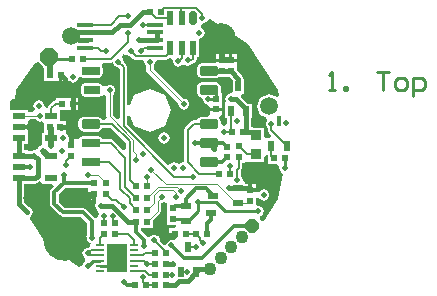
<source format=gtl>
G04 Layer_Physical_Order=1*
G04 Layer_Color=255*
%FSLAX24Y24*%
%MOIN*%
G70*
G01*
G75*
%ADD10R,0.0228X0.0244*%
%ADD11R,0.0244X0.0244*%
%ADD12R,0.0217X0.0335*%
%ADD13R,0.0244X0.0228*%
%ADD14R,0.0295X0.0098*%
%ADD15R,0.0650X0.0945*%
%ADD16R,0.0335X0.0217*%
%ADD17R,0.0236X0.0472*%
G04:AMPARAMS|DCode=18|XSize=47.2mil|YSize=23.6mil|CornerRadius=5.9mil|HoleSize=0mil|Usage=FLASHONLY|Rotation=90.000|XOffset=0mil|YOffset=0mil|HoleType=Round|Shape=RoundedRectangle|*
%AMROUNDEDRECTD18*
21,1,0.0472,0.0118,0,0,90.0*
21,1,0.0354,0.0236,0,0,90.0*
1,1,0.0118,0.0059,0.0177*
1,1,0.0118,0.0059,-0.0177*
1,1,0.0118,-0.0059,-0.0177*
1,1,0.0118,-0.0059,0.0177*
%
%ADD18ROUNDEDRECTD18*%
%ADD19R,0.0581X0.0177*%
G04:AMPARAMS|DCode=20|XSize=33.5mil|YSize=15.7mil|CornerRadius=0mil|HoleSize=0mil|Usage=FLASHONLY|Rotation=90.000|XOffset=0mil|YOffset=0mil|HoleType=Round|Shape=Octagon|*
%AMOCTAGOND20*
4,1,8,0.0039,0.0167,-0.0039,0.0167,-0.0079,0.0128,-0.0079,-0.0128,-0.0039,-0.0167,0.0039,-0.0167,0.0079,-0.0128,0.0079,0.0128,0.0039,0.0167,0.0*
%
%ADD20OCTAGOND20*%

%ADD21R,0.0374X0.0354*%
%ADD22R,0.0244X0.0244*%
G04:AMPARAMS|DCode=23|XSize=63mil|YSize=31.5mil|CornerRadius=7.9mil|HoleSize=0mil|Usage=FLASHONLY|Rotation=0.000|XOffset=0mil|YOffset=0mil|HoleType=Round|Shape=RoundedRectangle|*
%AMROUNDEDRECTD23*
21,1,0.0630,0.0157,0,0,0.0*
21,1,0.0472,0.0315,0,0,0.0*
1,1,0.0157,0.0236,-0.0079*
1,1,0.0157,-0.0236,-0.0079*
1,1,0.0157,-0.0236,0.0079*
1,1,0.0157,0.0236,0.0079*
%
%ADD23ROUNDEDRECTD23*%
G04:AMPARAMS|DCode=24|XSize=63mil|YSize=29.5mil|CornerRadius=7.4mil|HoleSize=0mil|Usage=FLASHONLY|Rotation=0.000|XOffset=0mil|YOffset=0mil|HoleType=Round|Shape=RoundedRectangle|*
%AMROUNDEDRECTD24*
21,1,0.0630,0.0148,0,0,0.0*
21,1,0.0482,0.0295,0,0,0.0*
1,1,0.0148,0.0241,-0.0074*
1,1,0.0148,-0.0241,-0.0074*
1,1,0.0148,-0.0241,0.0074*
1,1,0.0148,0.0241,0.0074*
%
%ADD24ROUNDEDRECTD24*%
G04:AMPARAMS|DCode=25|XSize=55.1mil|YSize=29.5mil|CornerRadius=7.4mil|HoleSize=0mil|Usage=FLASHONLY|Rotation=0.000|XOffset=0mil|YOffset=0mil|HoleType=Round|Shape=RoundedRectangle|*
%AMROUNDEDRECTD25*
21,1,0.0551,0.0148,0,0,0.0*
21,1,0.0404,0.0295,0,0,0.0*
1,1,0.0148,0.0202,-0.0074*
1,1,0.0148,-0.0202,-0.0074*
1,1,0.0148,-0.0202,0.0074*
1,1,0.0148,0.0202,0.0074*
%
%ADD25ROUNDEDRECTD25*%
%ADD26R,0.0433X0.0217*%
%ADD27C,0.0157*%
%ADD28C,0.0049*%
%ADD29C,0.0079*%
%ADD30C,0.0059*%
%ADD31C,0.0098*%
%ADD32C,0.0118*%
%ADD33C,0.0197*%
%ADD34C,0.0100*%
%ADD35C,0.1457*%
%ADD36C,0.0984*%
%ADD37C,0.0591*%
G04:AMPARAMS|DCode=38|XSize=43.3mil|YSize=43.3mil|CornerRadius=0mil|HoleSize=0mil|Usage=FLASHONLY|Rotation=225.000|XOffset=0mil|YOffset=0mil|HoleType=Round|Shape=Octagon|*
%AMOCTAGOND38*
4,1,8,-0.0230,-0.0077,-0.0077,-0.0230,0.0077,-0.0230,0.0230,-0.0077,0.0230,0.0077,0.0077,0.0230,-0.0077,0.0230,-0.0230,0.0077,-0.0230,-0.0077,0.0*
%
%ADD38OCTAGOND38*%

%ADD39C,0.0433*%
G04:AMPARAMS|DCode=40|XSize=59.1mil|YSize=59.1mil|CornerRadius=0mil|HoleSize=0mil|Usage=FLASHONLY|Rotation=45.000|XOffset=0mil|YOffset=0mil|HoleType=Round|Shape=Octagon|*
%AMOCTAGOND40*
4,1,8,0.0313,0.0104,0.0104,0.0313,-0.0104,0.0313,-0.0313,0.0104,-0.0313,-0.0104,-0.0104,-0.0313,0.0104,-0.0313,0.0313,-0.0104,0.0313,0.0104,0.0*
%
%ADD40OCTAGOND40*%

%ADD41O,0.0630X0.0315*%
%ADD42O,0.0591X0.0315*%
%ADD43O,0.0866X0.0433*%
%ADD44C,0.0197*%
G36*
X-1983Y-1480D02*
X-1983D01*
Y-1575D01*
X-1782D01*
Y-1634D01*
X-1723D01*
Y-1891D01*
X-1700Y-1933D01*
X-1739Y-2028D01*
X-1683Y-2163D01*
X-1665Y-2171D01*
X-1621Y-2295D01*
X-1648Y-2362D01*
X-1727Y-2427D01*
X-1756Y-2431D01*
X-2047Y-2139D01*
X-2153Y-2096D01*
X-2153Y-2096D01*
X-2761D01*
X-2951Y-1905D01*
Y-1646D01*
X-2734Y-1429D01*
X-1983D01*
Y-1480D01*
D02*
G37*
G36*
X4008Y-357D02*
Y-374D01*
X4014Y-388D01*
Y-646D01*
X4337D01*
X4403Y-744D01*
X4385Y-787D01*
X4441Y-923D01*
X4535Y-962D01*
X4367Y-1809D01*
X3884Y-2531D01*
X3787Y-2539D01*
X3744Y-2490D01*
X3770Y-2387D01*
X3836Y-2360D01*
X3893Y-2224D01*
X3836Y-2089D01*
X3701Y-2033D01*
X3626Y-1982D01*
Y-1785D01*
X3724Y-1766D01*
X3742Y-1809D01*
X3878Y-1865D01*
X4013Y-1809D01*
X4070Y-1673D01*
X4013Y-1538D01*
X3878Y-1481D01*
X3742Y-1538D01*
X3724Y-1581D01*
X3654Y-1567D01*
X3425D01*
Y-1508D01*
X3366D01*
Y-1315D01*
X3258D01*
Y-1250D01*
X3230D01*
X3184Y-1181D01*
X3128Y-1046D01*
X3109Y-1038D01*
Y-880D01*
X3136Y-854D01*
X3170Y-771D01*
X3170Y-771D01*
Y-614D01*
X3254D01*
Y-585D01*
X3346Y-571D01*
Y-571D01*
X3878D01*
Y-408D01*
X3976Y-343D01*
X4008Y-357D01*
D02*
G37*
G36*
X-3718Y829D02*
X-3583Y773D01*
X-3548Y787D01*
X-3453Y727D01*
Y404D01*
X-3504D01*
Y30D01*
X-3574Y-38D01*
X-3631Y-61D01*
X-3658Y-126D01*
X-3778Y-183D01*
X-3780Y-182D01*
X-3831Y-204D01*
X-3976D01*
Y-187D01*
X-4101D01*
Y30D01*
X-3976D01*
Y404D01*
X-3976Y404D01*
X-3976D01*
Y531D01*
X-4272D01*
Y650D01*
X-3976D01*
Y778D01*
X-3920Y853D01*
X-3728D01*
X-3718Y829D01*
D02*
G37*
G36*
X-1110Y2638D02*
X-974Y2582D01*
X-905Y2512D01*
Y888D01*
X-996Y850D01*
X-1148Y1003D01*
Y1666D01*
X-1124Y1675D01*
X-1068Y1811D01*
X-1124Y1947D01*
X-1260Y2003D01*
X-1395Y1947D01*
X-1395Y1947D01*
X-1501Y1948D01*
X-1532Y2021D01*
X-1649Y2070D01*
X-2052D01*
X-2169Y2021D01*
X-2217Y1905D01*
Y1757D01*
X-2169Y1640D01*
X-2052Y1592D01*
X-1649D01*
X-1532Y1640D01*
X-1419Y1655D01*
X-1372Y1608D01*
Y956D01*
X-1355Y915D01*
X-1407Y817D01*
X-1503D01*
X-1533Y888D01*
X-1654Y938D01*
X-2126D01*
X-2247Y888D01*
X-2296Y768D01*
Y610D01*
X-2247Y490D01*
X-2126Y440D01*
X-1654D01*
X-1533Y490D01*
X-1503Y561D01*
X-1219D01*
X-718Y61D01*
Y-134D01*
X-809Y-171D01*
X-1130Y149D01*
X-1221Y187D01*
X-1506D01*
X-1532Y250D01*
X-1649Y298D01*
X-2131D01*
X-2248Y250D01*
X-2268Y201D01*
X-2358Y181D01*
X-2358Y181D01*
X-2500D01*
Y-12D01*
X-2618D01*
Y207D01*
X-2624Y217D01*
X-2660Y304D01*
X-2680Y352D01*
X-2697Y390D01*
X-2697Y390D01*
X-2697Y390D01*
Y531D01*
X-2898D01*
Y650D01*
X-2697D01*
Y791D01*
X-2913D01*
Y1152D01*
X-2822Y1169D01*
X-2551D01*
Y1370D01*
Y1571D01*
X-3055D01*
Y1498D01*
X-3145Y1460D01*
X-3299Y1306D01*
X-3326Y1241D01*
X-3350Y1235D01*
X-3430Y1299D01*
X-3486Y1435D01*
X-3622Y1491D01*
X-3758Y1435D01*
X-3814Y1299D01*
X-3762Y1175D01*
X-3799Y1076D01*
X-3976D01*
Y1152D01*
X-4565D01*
Y1463D01*
X-4485Y1520D01*
X-4428Y1501D01*
X-4367Y1809D01*
X-3745Y2739D01*
X-3625Y2742D01*
X-3480Y2597D01*
X-3449Y2512D01*
X-3449Y2512D01*
X-3449D01*
X-3449Y2512D01*
Y2110D01*
X-2953D01*
Y2311D01*
X-2835D01*
Y2110D01*
X-2710D01*
X-2693Y2110D01*
X-2595Y2108D01*
X-2469Y2055D01*
X-2333Y2111D01*
X-2299Y2193D01*
X-2263Y2247D01*
X-2186Y2244D01*
X-2131Y2222D01*
X-1649D01*
X-1532Y2270D01*
X-1483Y2387D01*
Y2534D01*
X-1526Y2636D01*
X-1486Y2734D01*
X-1198D01*
X-1157Y2751D01*
X-1110Y2638D01*
D02*
G37*
G36*
X-3504Y-1266D02*
Y-1309D01*
X-3164D01*
X-3127Y-1400D01*
X-3206Y-1479D01*
X-3250Y-1585D01*
X-3250Y-1585D01*
Y-1967D01*
X-3250Y-1967D01*
X-3206Y-2073D01*
X-2928Y-2350D01*
X-2823Y-2394D01*
X-2823Y-2394D01*
X-2215D01*
X-2000Y-2609D01*
Y-3015D01*
X-2042Y-3118D01*
X-1986Y-3254D01*
X-1895Y-3291D01*
X-1900Y-3384D01*
X-1984Y-3430D01*
X-2120Y-3486D01*
X-2176Y-3622D01*
X-2120Y-3758D01*
X-2065Y-3780D01*
Y-3887D01*
X-2120Y-3910D01*
X-2162Y-4012D01*
X-2267Y-4061D01*
X-3342Y-3342D01*
X-3920Y-2478D01*
X-3891Y-2384D01*
X-3880Y-2380D01*
X-3824Y-2244D01*
X-3880Y-2109D01*
X-3932Y-2087D01*
X-4101Y-1918D01*
Y-1309D01*
X-3976D01*
Y-1293D01*
X-3740D01*
X-3620Y-1243D01*
X-3602Y-1225D01*
X-3504Y-1266D01*
D02*
G37*
G36*
X665Y-1957D02*
Y-2291D01*
Y-2661D01*
X959D01*
X972Y-2697D01*
X903Y-2791D01*
X724D01*
Y-2933D01*
X917D01*
Y-3051D01*
X724D01*
Y-3185D01*
X662Y-3211D01*
X637Y-3270D01*
X521Y-3293D01*
X425Y-3197D01*
X428Y-3189D01*
X372Y-3053D01*
X236Y-2997D01*
X102Y-3053D01*
X77Y-3062D01*
X-11Y-3066D01*
X-218Y-2858D01*
X-198Y-2760D01*
X181D01*
Y-2524D01*
X433Y-2272D01*
X466Y-2193D01*
Y-1946D01*
X472Y-1942D01*
X568Y-1902D01*
X665Y-1957D01*
D02*
G37*
G36*
X3342Y3342D02*
X4367Y1809D01*
X4402Y1634D01*
X4312Y1578D01*
X4055Y1684D01*
X3769Y1566D01*
X3650Y1280D01*
X3769Y993D01*
X3961Y914D01*
X3988Y796D01*
X3944Y689D01*
X4000Y553D01*
X4008Y550D01*
Y480D01*
X4045Y390D01*
X4130Y305D01*
X4092Y215D01*
X3949D01*
X3878Y281D01*
Y571D01*
X3573D01*
X3494Y604D01*
X3458D01*
Y877D01*
X3474D01*
Y1369D01*
X3361D01*
X3125Y1605D01*
X3166Y1703D01*
X3218D01*
Y2195D01*
X3202D01*
Y2207D01*
X3152Y2327D01*
X2978Y2501D01*
Y2756D01*
X2778D01*
Y2815D01*
X2718D01*
Y3016D01*
X2560D01*
Y2815D01*
X2501D01*
Y2756D01*
X2301D01*
Y2721D01*
X2283Y2710D01*
X1811D01*
X1690Y2660D01*
X1641Y2539D01*
Y2382D01*
X1690Y2261D01*
X1811Y2211D01*
X2283D01*
X2400Y2260D01*
X2737D01*
X2844Y2153D01*
Y1806D01*
X2776Y1728D01*
X2640Y1672D01*
X2584Y1536D01*
X2612Y1467D01*
X2589Y1369D01*
X2589D01*
Y877D01*
X2648D01*
Y686D01*
X2556Y618D01*
X2539Y625D01*
X2454Y696D01*
Y768D01*
X2404Y888D01*
X2439Y980D01*
X2484D01*
Y1122D01*
X2283D01*
X2083D01*
X2083Y980D01*
X2002Y938D01*
X1811D01*
X1690Y888D01*
X1661Y817D01*
X1547D01*
X1457Y779D01*
X1248Y571D01*
X1211Y480D01*
Y-552D01*
X1181Y-572D01*
X1046Y-628D01*
X1043Y-635D01*
X1039Y-635D01*
X903Y-579D01*
X768Y-635D01*
X765Y-641D01*
X669Y-660D01*
X-670Y678D01*
Y944D01*
X-572Y963D01*
X-434Y629D01*
X79Y417D01*
X591Y629D01*
X803Y1142D01*
X591Y1654D01*
X79Y1866D01*
X-434Y1654D01*
X-572Y1320D01*
X-670Y1340D01*
Y2587D01*
X-705Y2669D01*
X-790Y2755D01*
X-783Y2774D01*
X-839Y2909D01*
X-823Y3005D01*
X-801Y3027D01*
X-700Y3007D01*
X-687Y2975D01*
X-551Y2918D01*
X-543Y2922D01*
X-482Y2860D01*
X-392Y2823D01*
X-158D01*
X-113Y2756D01*
X-57Y2620D01*
X-31Y2610D01*
Y2486D01*
X2Y2407D01*
X1027Y1382D01*
X1017Y1358D01*
X1073Y1223D01*
X1209Y1167D01*
X1344Y1223D01*
X1400Y1358D01*
X1344Y1494D01*
X1209Y1550D01*
X1185Y1540D01*
X205Y2520D01*
X214Y2620D01*
X270Y2756D01*
X315Y2823D01*
X605D01*
X695Y2860D01*
X721Y2887D01*
X776Y2882D01*
X844Y2795D01*
X900Y2660D01*
X1035Y2604D01*
X1171Y2660D01*
X1264Y2655D01*
X1339Y2624D01*
X1474Y2680D01*
X1481Y2696D01*
X1551Y2725D01*
X1606Y2780D01*
X1644Y2871D01*
Y2921D01*
X1713D01*
Y3460D01*
X1713Y3523D01*
X1732Y3537D01*
X1868Y3593D01*
X1924Y3728D01*
X1868Y3864D01*
X1784Y3899D01*
X1781Y4007D01*
X1811Y4021D01*
X1947Y4077D01*
X1972Y4139D01*
X2094Y4177D01*
X3342Y3342D01*
D02*
G37*
%LPC*%
G36*
X-1841Y-1693D02*
X-1983D01*
Y-1835D01*
X-1841D01*
Y-1693D01*
D02*
G37*
G36*
X3626Y-1315D02*
X3484D01*
Y-1449D01*
X3626D01*
Y-1315D01*
D02*
G37*
G36*
X-2299Y1571D02*
X-2433D01*
Y1429D01*
X-2299D01*
Y1571D01*
D02*
G37*
G36*
Y1311D02*
X-2433D01*
Y1169D01*
X-2299D01*
Y1311D01*
D02*
G37*
G36*
X2442Y3016D02*
X2301D01*
Y2874D01*
X2442D01*
Y3016D01*
D02*
G37*
G36*
X2978D02*
X2837D01*
Y2874D01*
X2978D01*
Y3016D01*
D02*
G37*
G36*
X551Y408D02*
X416Y352D01*
X359Y217D01*
X416Y81D01*
X551Y25D01*
X687Y81D01*
X743Y217D01*
X687Y352D01*
X551Y408D01*
D02*
G37*
G36*
X2283Y2080D02*
X1811D01*
X1690Y2030D01*
X1641Y1909D01*
Y1752D01*
X1690Y1631D01*
X1766Y1600D01*
X1844Y1531D01*
X1900Y1396D01*
X2035Y1340D01*
X2083Y1253D01*
Y1240D01*
X2283D01*
X2484D01*
Y1335D01*
Y1736D01*
X2464D01*
X2454Y1752D01*
Y1909D01*
X2404Y2030D01*
X2283Y2080D01*
D02*
G37*
%LPD*%
D10*
X618Y-4685D02*
D03*
X248D02*
D03*
Y-4331D02*
D03*
X618D02*
D03*
X248Y-3622D02*
D03*
X618D02*
D03*
X917Y-2992D02*
D03*
X1287D02*
D03*
X1626D02*
D03*
X1996D02*
D03*
X2807Y433D02*
D03*
X3177D02*
D03*
X-2138Y2862D02*
D03*
X-2508D02*
D03*
X-12Y-1378D02*
D03*
X-382D02*
D03*
X-12Y-1772D02*
D03*
X-382Y-1772D02*
D03*
X-12Y-2559D02*
D03*
X-382D02*
D03*
X-2862Y1370D02*
D03*
X-2492D02*
D03*
X4577Y-445D02*
D03*
X4207D02*
D03*
X-12Y-2165D02*
D03*
X-382Y-2165D02*
D03*
X2374Y-984D02*
D03*
X2744Y-984D02*
D03*
D11*
X-59Y-4685D02*
D03*
X-413D02*
D03*
X610Y-3976D02*
D03*
X256D02*
D03*
X454Y4437D02*
D03*
X99D02*
D03*
X-3248Y2311D02*
D03*
X-2894D02*
D03*
X-3253Y591D02*
D03*
X-2898D02*
D03*
D12*
X1114Y-4232D02*
D03*
X1626D02*
D03*
X1370Y-3406D02*
D03*
X3031Y1949D02*
D03*
X3287Y1123D02*
D03*
X2776D02*
D03*
X4648Y-32D02*
D03*
X4136D02*
D03*
D13*
X-1063Y-2610D02*
D03*
Y-2980D02*
D03*
X-1457Y-2610D02*
D03*
Y-2980D02*
D03*
X3425Y-1508D02*
D03*
Y-1878D02*
D03*
X866Y-2469D02*
D03*
Y-2098D02*
D03*
X-1384Y-1632D02*
D03*
X-1384Y-1262D02*
D03*
X-2559Y-12D02*
D03*
Y-382D02*
D03*
X3053Y-421D02*
D03*
X3053Y-51D02*
D03*
D14*
X-1594Y-3337D02*
D03*
Y-3514D02*
D03*
X-1594Y-3691D02*
D03*
X-1594Y-3868D02*
D03*
X-1594Y-4045D02*
D03*
Y-4222D02*
D03*
X-453D02*
D03*
Y-4045D02*
D03*
X-453Y-3868D02*
D03*
Y-3691D02*
D03*
X-453Y-3514D02*
D03*
Y-3337D02*
D03*
D15*
X-1024Y-3780D02*
D03*
D16*
X1279Y-2028D02*
D03*
Y-2539D02*
D03*
X2106Y-2283D02*
D03*
X3012Y-1949D02*
D03*
Y-1437D02*
D03*
X2185Y-1693D02*
D03*
D17*
X768Y3236D02*
D03*
X1142D02*
D03*
X1516Y3236D02*
D03*
X1142Y4220D02*
D03*
X768Y4220D02*
D03*
D18*
X1516D02*
D03*
D19*
X-2069Y4006D02*
D03*
Y3750D02*
D03*
Y3494D02*
D03*
Y3238D02*
D03*
X245D02*
D03*
Y3494D02*
D03*
Y3750D02*
D03*
Y4006D02*
D03*
D20*
X4392Y795D02*
D03*
D21*
X3612Y315D02*
D03*
Y-315D02*
D03*
D22*
X2501Y2815D02*
D03*
Y2461D02*
D03*
X2778D02*
D03*
Y2815D02*
D03*
X2638Y-59D02*
D03*
Y-413D02*
D03*
X2283Y1181D02*
D03*
Y1535D02*
D03*
X-1782Y-1634D02*
D03*
X-1782Y-1280D02*
D03*
D23*
X2047Y2461D02*
D03*
Y1831D02*
D03*
Y689D02*
D03*
Y-571D02*
D03*
Y59D02*
D03*
X-1890Y689D02*
D03*
D24*
Y59D02*
D03*
Y-571D02*
D03*
Y2461D02*
D03*
D25*
X-1850Y1831D02*
D03*
D26*
X-4272Y965D02*
D03*
X-4272Y591D02*
D03*
X-4272Y217D02*
D03*
X-3209D02*
D03*
Y965D02*
D03*
X-4272Y-374D02*
D03*
X-4272Y-748D02*
D03*
X-4272Y-1122D02*
D03*
X-3209D02*
D03*
Y-374D02*
D03*
D27*
X-2894Y2311D02*
X-2761Y2179D01*
Y2021D02*
Y2179D01*
Y2021D02*
X-2492Y1752D01*
Y1370D02*
Y1752D01*
X2205Y-157D02*
Y-98D01*
X2047Y59D02*
X2205Y-98D01*
X1726Y-4132D02*
X2088D01*
X1626Y-4232D02*
X1726Y-4132D01*
X906Y-4685D02*
X1063Y-4528D01*
X1626Y-4253D02*
Y-4232D01*
X1352Y-4528D02*
X1626Y-4253D01*
X1063Y-4528D02*
X1352D01*
X618Y-4685D02*
X906D01*
X610Y-3976D02*
X866D01*
X2501Y2461D02*
X2778D01*
X2047D02*
X2501D01*
X-2520Y-1780D02*
X-1972D01*
X-1826Y-1634D01*
X-1782D01*
X-2433Y3748D02*
X-2001D01*
X-2289Y3493D02*
X-2001D01*
X-2489Y3692D02*
X-2289Y3493D01*
X-2489Y3692D02*
X-2433Y3748D01*
X-136Y4437D02*
X99D01*
X-569Y4004D02*
X-136Y4437D01*
X-923Y4004D02*
X-569D01*
X-1179Y3748D02*
X-923Y4004D01*
X-2001Y3748D02*
X-1179D01*
X312Y3493D02*
Y3748D01*
X-293Y3493D02*
X312D01*
X-2776Y-1780D02*
X-2748D01*
X-4272Y-374D02*
Y217D01*
Y-374D02*
X-3780D01*
X-3661Y-492D01*
X-4272Y-1122D02*
X-3740D01*
X-3661Y-1043D01*
Y-492D01*
X-4272Y-1988D02*
Y-1122D01*
Y-1988D02*
X-4016Y-2244D01*
X2734Y-1437D02*
X3012D01*
X3354D01*
X3425Y-1508D01*
X3494Y433D02*
X3612Y315D01*
X3287Y453D02*
Y1123D01*
Y453D02*
X3307Y433D01*
X3494D01*
X3031Y1949D02*
Y2207D01*
X2778Y2461D02*
X3031Y2207D01*
X-2898Y591D02*
X-2864Y556D01*
X-2898Y591D02*
X-2492D01*
Y1370D01*
X-2559Y-12D02*
Y256D01*
X-2492Y323D01*
Y591D01*
X3287Y1123D02*
Y1201D01*
X2953Y1536D02*
X3287Y1201D01*
X2776Y1536D02*
X2953D01*
X709Y-3071D02*
X839D01*
X917Y-2992D01*
X551Y-3228D02*
X709Y-3071D01*
X-1167Y-2028D02*
X-636Y-2559D01*
X-382D01*
X-1547Y-2028D02*
X-1167D01*
D28*
X-472Y-197D02*
X-374Y-295D01*
Y-512D02*
Y-295D01*
X-472Y-197D02*
Y169D01*
X-1260Y956D02*
X-472Y169D01*
X-1260Y956D02*
Y1811D01*
X-20Y-1370D02*
Y-1083D01*
Y-1370D02*
X-12Y-1378D01*
X-4272Y965D02*
X-3583D01*
X3012Y-1949D02*
X3354D01*
X3425Y-1878D01*
X2953Y-1949D02*
X3012D01*
X2323Y-1319D02*
X2953Y-1949D01*
X610Y-1319D02*
X2323D01*
X118Y-827D02*
X610Y-1319D01*
X-1972Y-1009D02*
X-1637D01*
X-1384Y-1262D01*
X-12Y-1772D02*
X342Y-1417D01*
X987D01*
X1125Y-1555D01*
X844Y-1516D02*
X945Y-1617D01*
Y-1750D02*
Y-1617D01*
X224Y-1929D02*
Y-1675D01*
X383Y-1516D01*
X-12Y-2165D02*
X224Y-1929D01*
X383Y-1516D02*
X844D01*
X-12Y-2559D02*
X354Y-2193D01*
Y-1868D01*
X472Y-1750D01*
X81Y2486D02*
X1209Y1358D01*
X79Y2756D02*
X81D01*
X79Y2756D02*
X79Y2756D01*
X81Y2486D02*
Y2756D01*
D29*
X-591Y-1169D02*
Y114D01*
Y-1169D02*
X-382Y-1378D01*
X-1221Y59D02*
X-734Y-427D01*
Y-1419D02*
Y-427D01*
Y-1419D02*
X-382Y-1772D01*
X-906Y-1466D02*
X-591Y-1781D01*
Y-1957D02*
Y-1781D01*
Y-1957D02*
X-382Y-2165D01*
X-906Y-1466D02*
Y-945D01*
X-1457Y-2610D02*
Y-2362D01*
X1114Y-4232D02*
X1327D01*
X-1984Y-3622D02*
X-1915Y-3691D01*
X-1984Y-3622D02*
X-1876Y-3514D01*
X-1915Y-3691D02*
X-1594D01*
X-1876Y-3514D02*
X-1594D01*
X-1063Y-2980D02*
X-642D01*
X-453Y-3169D01*
Y-3337D02*
Y-3169D01*
X-1594Y-3118D02*
X-1457Y-2980D01*
X-1594Y-3337D02*
Y-3118D01*
X-69Y-3622D02*
X248D01*
X-138Y-3691D02*
X-69Y-3622D01*
X-453Y-3691D02*
X-138D01*
X-157Y-4587D02*
Y-4409D01*
Y-4587D02*
X-59Y-4685D01*
X39Y-4331D02*
X248D01*
X-69Y-4222D02*
X39Y-4331D01*
X-453Y-4222D02*
X-69D01*
X-59Y-4685D02*
X248D01*
X618Y-4331D02*
X827D01*
X1125Y4545D02*
X1286D01*
X1516Y2871D02*
Y3236D01*
X1125Y4348D02*
Y4545D01*
X562D02*
X1125D01*
X454Y4437D02*
X562Y4545D01*
X768Y3114D02*
Y3236D01*
X99Y4422D02*
Y4437D01*
X-2001Y4004D02*
X-1224D01*
X-949Y4280D01*
X-648D01*
X-58Y4004D02*
X-57Y4004D01*
X-97Y3965D02*
X-57Y4004D01*
X-58Y4004D02*
X312D01*
X-2001Y3237D02*
X-1646D01*
X-98D02*
X312D01*
X-197Y3138D02*
X-98Y3237D01*
X4136Y-374D02*
X4207Y-445D01*
X4136Y-374D02*
Y-32D01*
X99Y4422D02*
X301Y4220D01*
X768D01*
X-2138Y2862D02*
X-1198D01*
X-648Y3413D01*
Y3728D01*
X-1646Y3237D02*
X-1547Y3138D01*
X-1378D01*
X-136Y4004D02*
X-58D01*
X-3209Y965D02*
Y1216D01*
X-3054Y1370D01*
X-2862D01*
X-2708Y-531D02*
X-2559Y-382D01*
X-2708Y-689D02*
Y-531D01*
X-1166Y689D02*
X-591Y114D01*
X-1890Y689D02*
X-1166D01*
X-1890Y59D02*
X-1221D01*
X-1890Y-571D02*
X-1280D01*
X-906Y-945D01*
X2776Y465D02*
Y1123D01*
Y465D02*
X2807Y433D01*
X1732Y-984D02*
X2374D01*
X1339Y-591D02*
X1732Y-984D01*
X1339Y-591D02*
Y480D01*
X1547Y689D01*
X2047D01*
X2539Y433D02*
X2807D01*
X1142Y2902D02*
Y3236D01*
X1035Y2795D02*
X1142Y2902D01*
X1461Y2816D02*
X1516Y2871D01*
X1339Y2816D02*
X1461D01*
X4136Y717D02*
X4154Y735D01*
X4136Y689D02*
Y717D01*
Y480D02*
Y689D01*
Y480D02*
X4648Y-32D01*
X4154Y689D02*
Y735D01*
X-1153Y-2520D02*
X-1063Y-2610D01*
X-1153Y-2520D02*
Y-2362D01*
X-1179Y-1837D02*
X-1037D01*
X-1384Y-1632D02*
X-1179Y-1837D01*
X-1037D02*
X-787Y-2087D01*
X1370Y-3406D02*
X1390Y-3425D01*
X1602D01*
X1614D01*
X236Y-3189D02*
X618Y-3571D01*
Y-3622D02*
Y-3571D01*
X0Y-3976D02*
X256D01*
X-453Y-3868D02*
X-108D01*
X0Y-3976D01*
X1602Y-3425D02*
X1614Y-3437D01*
X-392Y2951D02*
X605D01*
X-551Y3110D02*
X-392Y2951D01*
X605D02*
X768Y3114D01*
D30*
X-787Y630D02*
Y2587D01*
X-974Y2774D02*
X-787Y2587D01*
Y630D02*
X903Y-1061D01*
X1535D01*
X1622Y4545D02*
X1811Y4356D01*
Y4213D02*
Y4356D01*
X1286Y4545D02*
X1622D01*
X3317Y-315D02*
X3612D01*
X3053Y-51D02*
X3317Y-315D01*
X1287Y-2992D02*
X1626D01*
X2744Y-984D02*
Y-711D01*
X2992Y-1181D02*
Y-832D01*
X3053Y-771D01*
Y-421D01*
X1748Y-3177D02*
Y-3114D01*
X1626Y-2992D02*
X1748Y-3114D01*
Y-3177D02*
X1839Y-3268D01*
D31*
X-1289Y-4045D02*
X-1024Y-3780D01*
X-1594Y-4045D02*
X-1289D01*
X-1984D02*
X-1807Y-3868D01*
X-1594D01*
X2035Y1531D02*
X2039Y1535D01*
X2283D01*
Y1797D01*
X2250Y1831D02*
X2283Y1797D01*
X2047Y1831D02*
X2250D01*
X4577Y-787D02*
Y-445D01*
X1209Y-2469D02*
X1279Y-2539D01*
X866Y-2469D02*
X1209D01*
X-3217Y2862D02*
X-2508D01*
X-3248Y2894D02*
X-3217Y2862D01*
X1693Y-1917D02*
X2291D01*
X2598Y-2224D01*
X3701D01*
X1279Y-2539D02*
X1370D01*
X1693Y-2217D01*
Y-1917D01*
D32*
X-787Y-4567D02*
X-669Y-4685D01*
X-413D01*
X-1850Y-3118D02*
Y-2547D01*
X-2153Y-2245D02*
X-1850Y-2547D01*
X-2823Y-2245D02*
X-2153D01*
X-3100Y-1967D02*
X-2823Y-2245D01*
X-3100Y-1967D02*
Y-1585D01*
X-2795Y-1280D01*
X-1782D01*
X-2795D02*
Y-1024D01*
X-97Y-3386D02*
Y-3191D01*
X-382Y-2905D02*
X-97Y-3191D01*
X-382Y-2905D02*
Y-2559D01*
X2872Y-2718D02*
X3502D01*
X1812Y-3779D02*
X2872Y-2718D01*
X1230Y-3779D02*
X1812D01*
X797Y-3346D02*
X1230Y-3779D01*
X-2645Y-1654D02*
X-2520Y-1780D01*
X-2448Y-1708D01*
X2047Y59D02*
X2520D01*
X2638Y-59D01*
X2047Y-571D02*
X2480D01*
X2638Y-413D01*
X1596Y59D02*
X2047D01*
X-4272Y591D02*
X-3965D01*
X-4272Y-748D02*
X-3898D01*
X866Y-2098D02*
X937Y-2028D01*
X1279D01*
X1996Y-2992D02*
Y-2610D01*
X2106Y-2500D01*
Y-2283D01*
X1279Y-2028D02*
Y-1809D01*
X1632Y-1457D01*
X1949D01*
X2185Y-1693D01*
D33*
X2441Y3543D02*
X2501Y3483D01*
Y2815D02*
Y3483D01*
Y2815D02*
X2778D01*
X-3209Y-39D02*
Y217D01*
X-3253Y591D02*
X-3209Y547D01*
Y217D02*
Y547D01*
X-3248Y2311D02*
Y2894D01*
X-3268Y2913D02*
X-3248Y2894D01*
X-3318Y-374D02*
X-3209D01*
X-3495Y-197D02*
X-3318Y-374D01*
D34*
X6063Y1841D02*
X6263D01*
X6163D01*
Y2440D01*
X6063Y2340D01*
X6563Y1841D02*
Y1941D01*
X6663D01*
Y1841D01*
X6563D01*
X7662Y2440D02*
X8062D01*
X7862D01*
Y1841D01*
X8362D02*
X8562D01*
X8662Y1941D01*
Y2140D01*
X8562Y2240D01*
X8362D01*
X8262Y2140D01*
Y1941D01*
X8362Y1841D01*
X8862Y1641D02*
Y2240D01*
X9162D01*
X9262Y2140D01*
Y1941D01*
X9162Y1841D01*
X8862D01*
D35*
X-2756Y-3150D02*
D03*
D36*
X2441Y3543D02*
D03*
D37*
X4055Y1280D02*
D03*
X-2561Y3620D02*
D03*
D38*
X3502Y-2718D02*
D03*
D39*
X3149Y-3072D02*
D03*
X2795Y-3425D02*
D03*
X2442Y-3779D02*
D03*
X2088Y-4132D02*
D03*
D40*
X-3268Y2913D02*
D03*
D41*
X-2520Y-1780D02*
D03*
D42*
Y1780D02*
D03*
D43*
X-3701Y-1780D02*
D03*
Y1780D02*
D03*
D44*
X-3622Y1299D02*
D03*
X-2469Y2247D02*
D03*
X-374Y-512D02*
D03*
X-157Y-295D02*
D03*
X-1260Y1811D02*
D03*
X2205Y-157D02*
D03*
X-974Y2774D02*
D03*
X-1224Y-4094D02*
D03*
X-827Y-3425D02*
D03*
X-1224D02*
D03*
X-827Y-4094D02*
D03*
X-1984Y-4045D02*
D03*
X-787Y-4567D02*
D03*
X-1850Y-3118D02*
D03*
X-1547Y-2028D02*
D03*
X-2835Y-197D02*
D03*
X-2816Y217D02*
D03*
X-1457Y-2362D02*
D03*
X-97Y-3386D02*
D03*
X-20Y-1083D02*
D03*
X1535Y-1061D02*
D03*
X945Y-1750D02*
D03*
X1125Y-1555D02*
D03*
X797Y-3346D02*
D03*
X1327Y-4232D02*
D03*
X866Y-3976D02*
D03*
X-3583Y965D02*
D03*
X-1984Y-3622D02*
D03*
X-157Y-4409D02*
D03*
X827Y-4331D02*
D03*
X2035Y1531D02*
D03*
X-1024Y2138D02*
D03*
X1811Y4213D02*
D03*
X-648Y4280D02*
D03*
Y3728D02*
D03*
X-293Y3493D02*
D03*
X-197Y3138D02*
D03*
X2982Y787D02*
D03*
X1596Y59D02*
D03*
X4628Y735D02*
D03*
X-1378Y3138D02*
D03*
X-136Y4004D02*
D03*
X-2708Y-689D02*
D03*
X-3209Y-39D02*
D03*
X-3965Y591D02*
D03*
X-3898Y-748D02*
D03*
X-4016Y-2244D02*
D03*
X4577Y-787D02*
D03*
X2734Y-1437D02*
D03*
X2744Y-711D02*
D03*
X118Y-827D02*
D03*
X-2795Y-1024D02*
D03*
X-3780Y-374D02*
D03*
X-3495Y-197D02*
D03*
X551Y217D02*
D03*
X2776Y1536D02*
D03*
X1732Y3728D02*
D03*
X2992Y-1181D02*
D03*
X3878Y-1673D02*
D03*
X2539Y433D02*
D03*
X3701Y-2224D02*
D03*
X-1972Y-1009D02*
D03*
X236Y-3189D02*
D03*
X551Y-3228D02*
D03*
X1035Y2795D02*
D03*
X1339Y2816D02*
D03*
X472Y-1750D02*
D03*
X4136Y689D02*
D03*
X1693Y-1917D02*
D03*
X-1153Y-2362D02*
D03*
X-787Y-2087D02*
D03*
X1839Y-3268D02*
D03*
X1614Y-3425D02*
D03*
X0Y-3976D02*
D03*
X903Y-771D02*
D03*
X1181Y-764D02*
D03*
X-551Y3110D02*
D03*
X1209Y1358D02*
D03*
X79Y2756D02*
D03*
M02*

</source>
